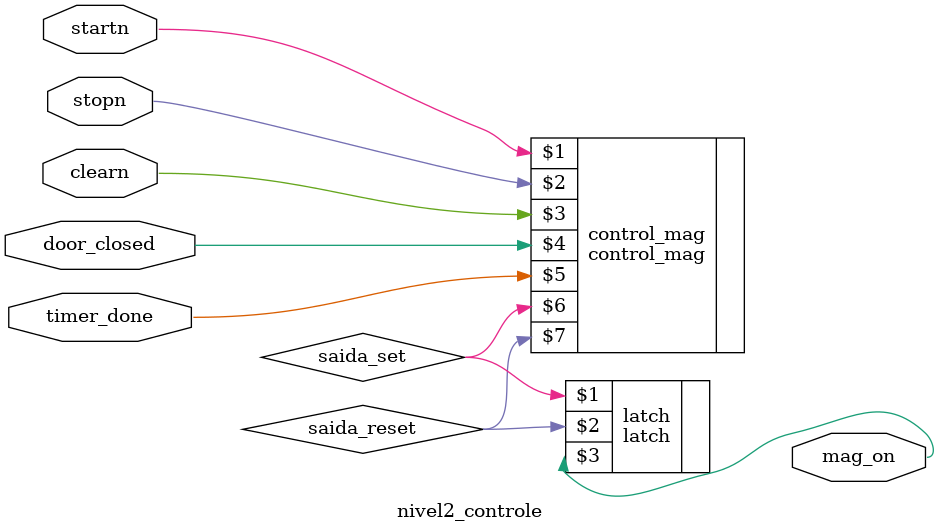
<source format=v>
`include "nivel2/magnetron/nivel3/latch/latch.v"
`include "nivel2/magnetron/nivel3/circuito_logico/control_mag.v"

module nivel2_controle (
    input wire startn, stopn, clearn, door_closed, timer_done,
    output wire mag_on);

wire saida_set;
wire saida_reset;

control_mag control_mag(startn, stopn, clearn, door_closed, timer_done, saida_set, saida_reset);
latch latch(saida_set, saida_reset, mag_on);

endmodule
</source>
